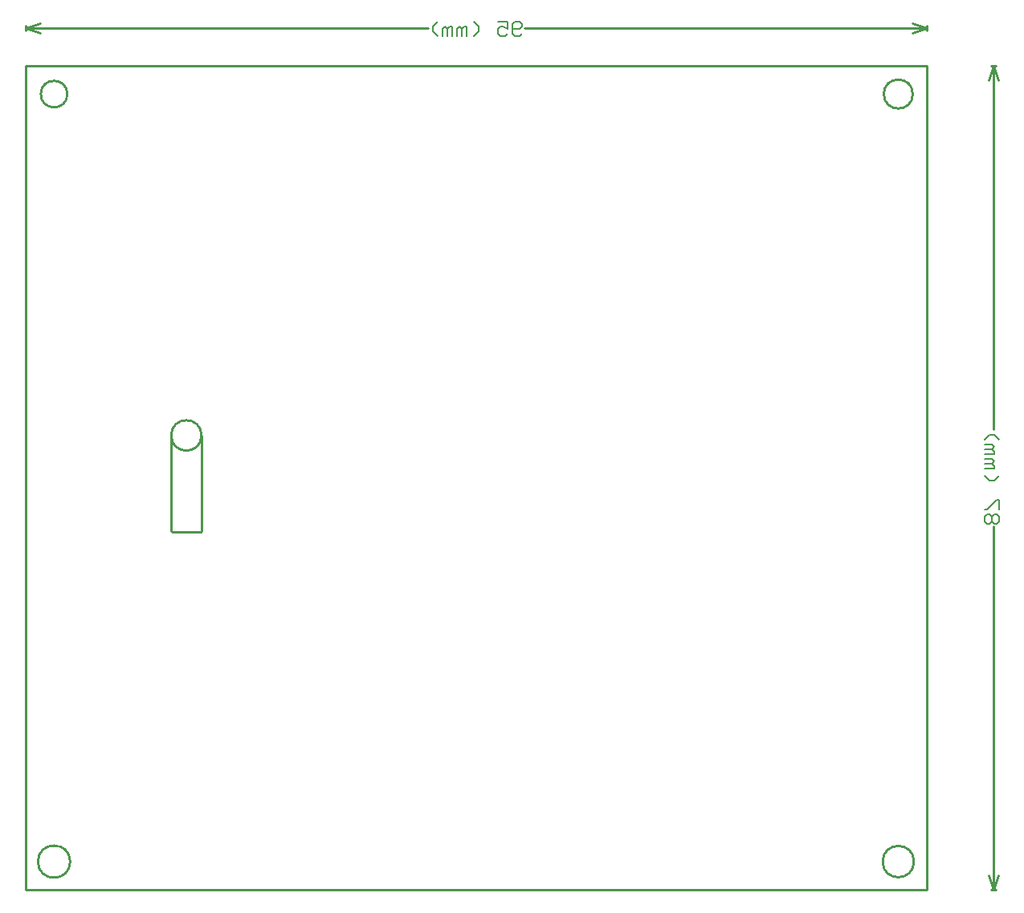
<source format=gbo>
%FSLAX25Y25*%
%MOIN*%
G70*
G01*
G75*
G04 Layer_Color=32896*
%ADD10C,0.03937*%
%ADD11C,0.01969*%
%ADD12C,0.01000*%
%ADD13C,0.00600*%
%ADD14O,0.03150X0.05906*%
%ADD15C,0.15748*%
%ADD16R,0.06299X0.06299*%
%ADD17O,0.06299X0.15748*%
%ADD18C,0.06299*%
%ADD19O,0.07874X0.04724*%
%ADD20O,0.09843X0.03937*%
%ADD21C,0.07874*%
%ADD22O,0.11811X0.07087*%
%ADD23R,0.09843X0.07874*%
%ADD24O,0.09843X0.07874*%
%ADD25O,0.09843X0.04724*%
%ADD26R,0.07874X0.09843*%
%ADD27O,0.07874X0.09843*%
%ADD28R,0.07874X0.13780*%
%ADD29O,0.07874X0.13780*%
%ADD30O,0.05906X0.07874*%
%ADD31R,0.07874X0.07874*%
%ADD32C,0.09000*%
%ADD33R,0.09000X0.09000*%
%ADD34C,0.13780*%
%ADD35O,0.11811X0.06299*%
%ADD36O,0.11811X0.05512*%
%ADD37R,0.07874X0.07874*%
%ADD38O,0.08000X0.06000*%
%ADD39C,0.05000*%
%ADD40C,0.07874*%
%ADD41C,0.01181*%
%ADD42R,0.11535X0.39449*%
%ADD43R,0.11024X0.38976*%
%ADD44R,0.11811X0.29606*%
%ADD45R,0.05906X0.04331*%
%ADD46R,0.28740X0.40158*%
%ADD47R,0.18110X0.31890*%
%ADD48C,0.00787*%
%ADD49C,0.04000*%
%ADD50C,0.00591*%
%ADD51C,0.01575*%
%ADD52C,0.00800*%
%ADD53R,0.05906X0.15748*%
%ADD54R,0.09547X0.02756*%
%ADD55R,0.08000X0.08000*%
%ADD56R,0.10630X0.02732*%
%ADD57R,0.11024X0.03150*%
%ADD58R,0.10000X0.01457*%
%ADD59R,0.01535X0.06890*%
%ADD60R,0.01575X0.08740*%
%ADD61R,0.03150X0.11024*%
%ADD62O,0.03950X0.06706*%
%ADD63C,0.16548*%
%ADD64R,0.07099X0.07099*%
%ADD65O,0.07099X0.16548*%
%ADD66C,0.07099*%
%ADD67O,0.08674X0.05524*%
%ADD68O,0.10642X0.04737*%
%ADD69C,0.08674*%
%ADD70O,0.12611X0.07887*%
%ADD71R,0.10642X0.08674*%
%ADD72O,0.10642X0.08674*%
%ADD73O,0.10642X0.05524*%
%ADD74R,0.08674X0.10642*%
%ADD75O,0.08674X0.10642*%
%ADD76R,0.08674X0.14579*%
%ADD77O,0.08674X0.14579*%
%ADD78O,0.06706X0.08674*%
%ADD79R,0.08674X0.08674*%
%ADD80C,0.09800*%
%ADD81R,0.09800X0.09800*%
%ADD82C,0.14579*%
%ADD83O,0.12611X0.07099*%
%ADD84O,0.12611X0.06312*%
%ADD85R,0.08674X0.08674*%
%ADD86O,0.08800X0.06800*%
%ADD87C,0.05800*%
D12*
X250328Y346358D02*
G03*
X250328Y346358I6299J0D01*
G01*
X250741Y306398D02*
X250347Y306791D01*
Y346358D01*
X262709Y306398D02*
X250741D01*
X262926Y306614D02*
X262709Y306398D01*
X262926Y306614D02*
Y346358D01*
X196214Y488189D02*
G03*
X196214Y488189I5512J0D01*
G01*
X545626Y169291D02*
G03*
X545626Y169291I6493J0D01*
G01*
X195033D02*
G03*
X195033Y169291I6693J0D01*
G01*
X546109Y488189D02*
G03*
X546109Y488189I6010J0D01*
G01*
X592489Y500000D02*
X590489D01*
X592489Y157480D02*
X590489D01*
X591489Y500000D02*
X589489Y494000D01*
X593489D02*
X591489Y500000D01*
Y157480D02*
X589489Y163480D01*
X593489D02*
X591489Y157480D01*
Y348834D02*
Y500000D01*
Y157480D02*
Y308646D01*
X189914Y514748D02*
Y516748D01*
X563930Y514748D02*
Y516748D01*
X195914Y513748D02*
X189914Y515748D01*
X195914Y517748D02*
X189914Y515748D01*
X563930D02*
X557930Y513748D01*
X563930Y515748D02*
X557930Y517748D01*
X356828Y515748D02*
X189914D01*
X563930D02*
X397016D01*
X189914Y263779D02*
Y279528D01*
Y157480D02*
Y263779D01*
X563930Y157480D02*
X189914D01*
X563930Y157480D02*
X563930Y157480D01*
X563930Y157480D02*
Y279528D01*
Y500000D01*
X189914Y279527D02*
Y500000D01*
X563930Y500000D02*
X189914Y500000D01*
D13*
X592888Y309646D02*
X593888Y310646D01*
Y312645D01*
X592888Y313645D01*
X591889D01*
X590889Y312645D01*
X589889Y313645D01*
X588890D01*
X587890Y312645D01*
Y310646D01*
X588890Y309646D01*
X589889D01*
X590889Y310646D01*
X591889Y309646D01*
X592888D01*
X590889Y310646D02*
Y312645D01*
X593888Y315644D02*
Y319643D01*
X592888D01*
X588890Y315644D01*
X587890D01*
Y329640D02*
X589889Y327640D01*
X591889D01*
X593888Y329640D01*
X587890Y332639D02*
X591889D01*
Y333638D01*
X590889Y334638D01*
X587890D01*
X590889D01*
X591889Y335638D01*
X590889Y336637D01*
X587890D01*
Y338637D02*
X591889D01*
Y339636D01*
X590889Y340636D01*
X587890D01*
X590889D01*
X591889Y341636D01*
X590889Y342635D01*
X587890D01*
Y344635D02*
X589889Y346634D01*
X591889D01*
X593888Y344635D01*
X396016Y513149D02*
X395017Y512149D01*
X393017D01*
X392018Y513149D01*
Y517147D01*
X393017Y518147D01*
X395017D01*
X396016Y517147D01*
Y516148D01*
X395017Y515148D01*
X392018D01*
X386019Y518147D02*
X390018D01*
Y515148D01*
X388019Y516148D01*
X387019D01*
X386019Y515148D01*
Y513149D01*
X387019Y512149D01*
X389019D01*
X390018Y513149D01*
X376023Y512149D02*
X378022Y514148D01*
Y516148D01*
X376023Y518147D01*
X373024Y512149D02*
Y516148D01*
X372024D01*
X371024Y515148D01*
Y512149D01*
Y515148D01*
X370025Y516148D01*
X369025Y515148D01*
Y512149D01*
X367026D02*
Y516148D01*
X366026D01*
X365026Y515148D01*
Y512149D01*
Y515148D01*
X364027Y516148D01*
X363027Y515148D01*
Y512149D01*
X361028D02*
X359028Y514148D01*
Y516148D01*
X361028Y518147D01*
M02*

</source>
